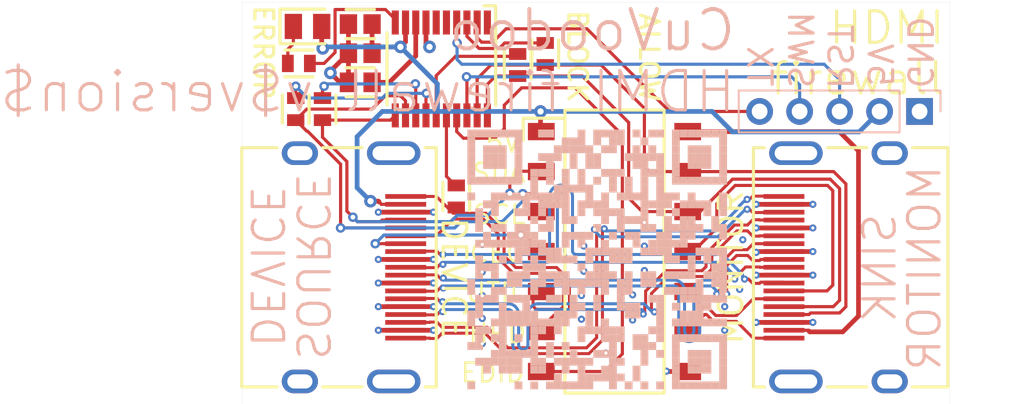
<source format=kicad_pcb>
(kicad_pcb (version 20211014) (generator pcbnew)

  (general
    (thickness 1.59)
  )

  (paper "A4")
  (title_block
    (date "$date$")
    (rev "$version$.$revision$")
    (company "CuVoodoo")
    (comment 1 "King Kévin")
    (comment 2 "CERN-OHL-S")
  )

  (layers
    (0 "F.Cu" signal)
    (1 "In1.Cu" power)
    (2 "In2.Cu" power)
    (31 "B.Cu" signal)
    (33 "F.Adhes" user "F.Adhesive")
    (35 "F.Paste" user)
    (36 "B.SilkS" user "B.Silkscreen")
    (37 "F.SilkS" user "F.Silkscreen")
    (38 "B.Mask" user)
    (39 "F.Mask" user)
    (40 "Dwgs.User" user "User.Drawings")
    (44 "Edge.Cuts" user)
    (45 "Margin" user)
    (46 "B.CrtYd" user "B.Courtyard")
    (47 "F.CrtYd" user "F.Courtyard")
    (48 "B.Fab" user)
    (49 "F.Fab" user)
  )

  (setup
    (stackup
      (layer "F.SilkS" (type "Top Silk Screen") (color "White"))
      (layer "F.Paste" (type "Top Solder Paste"))
      (layer "F.Mask" (type "Top Solder Mask") (color "Green") (thickness 0.01))
      (layer "F.Cu" (type "copper") (thickness 0.035))
      (layer "dielectric 1" (type "core") (thickness 0.2) (material "FR4") (epsilon_r 4.6) (loss_tangent 0.02))
      (layer "In1.Cu" (type "copper") (thickness 0.0175))
      (layer "dielectric 2" (type "prepreg") (thickness 1.065) (material "FR4") (epsilon_r 4.6) (loss_tangent 0.02))
      (layer "In2.Cu" (type "copper") (thickness 0.0175))
      (layer "dielectric 3" (type "core") (thickness 0.2) (material "FR4") (epsilon_r 4.6) (loss_tangent 0.02))
      (layer "B.Cu" (type "copper") (thickness 0.035))
      (layer "B.Mask" (type "Bottom Solder Mask") (color "Green") (thickness 0.01))
      (layer "B.SilkS" (type "Bottom Silk Screen") (color "White"))
      (copper_finish "None")
      (dielectric_constraints yes)
    )
    (pad_to_mask_clearance 0)
    (pcbplotparams
      (layerselection 0x00010fc_ffffffff)
      (disableapertmacros false)
      (usegerberextensions false)
      (usegerberattributes true)
      (usegerberadvancedattributes true)
      (creategerberjobfile true)
      (svguseinch false)
      (svgprecision 6)
      (excludeedgelayer true)
      (plotframeref false)
      (viasonmask false)
      (mode 1)
      (useauxorigin false)
      (hpglpennumber 1)
      (hpglpenspeed 20)
      (hpglpendiameter 15.000000)
      (dxfpolygonmode true)
      (dxfimperialunits true)
      (dxfusepcbnewfont true)
      (psnegative false)
      (psa4output false)
      (plotreference true)
      (plotvalue true)
      (plotinvisibletext false)
      (sketchpadsonfab false)
      (subtractmaskfromsilk false)
      (outputformat 1)
      (mirror false)
      (drillshape 1)
      (scaleselection 1)
      (outputdirectory "")
    )
  )

  (net 0 "")
  (net 1 "GND")
  (net 2 "Net-(C1-Pad2)")
  (net 3 "+5V")
  (net 4 "Net-(D1-Pad1)")
  (net 5 "/D2+")
  (net 6 "/D2-")
  (net 7 "/D1+")
  (net 8 "/D1-")
  (net 9 "/D0+")
  (net 10 "/D0-")
  (net 11 "/CK+")
  (net 12 "/CK-")
  (net 13 "/CEC")
  (net 14 "/HEAC_D+")
  (net 15 "/SCL_SRC")
  (net 16 "/SDA_SRC")
  (net 17 "/HEAC_D-")
  (net 18 "Net-(J2-Pad13)")
  (net 19 "/HEAC_SNK+")
  (net 20 "/SCL_SNK")
  (net 21 "/SDA_SNK")
  (net 22 "Net-(SW1-Pad14)")
  (net 23 "/HEAC_SNK-")
  (net 24 "/RST")
  (net 25 "/SWIM")
  (net 26 "/TX")
  (net 27 "/HPD_PU")
  (net 28 "Net-(R4-Pad1)")
  (net 29 "/SDA_SRC_PU")
  (net 30 "/EDID")
  (net 31 "/SCL_SRC_PU")
  (net 32 "unconnected-(U1-Pad5)")
  (net 33 "/SCL_SNK_PU")
  (net 34 "/SDA_SNK_PU")
  (net 35 "unconnected-(U1-Pad6)")
  (net 36 "unconnected-(U1-Pad1)")

  (footprint "qeda:UC1608X55N" (layer "F.Cu") (at 67.1 61.45))

  (footprint "qeda:UC1608X55N" (layer "F.Cu") (at 52.95 64.95 180))

  (footprint "qeda:CONNECTOR_HDMI-001S" (layer "F.Cu") (at 86.5 75 -90))

  (footprint "kikit:Tab" (layer "F.Cu") (at 47.6 75))

  (footprint "qeda:CAPC1608X92N" (layer "F.Cu") (at 55.35 61.4 90))

  (footprint "qeda:SOP254P976X355-14N" (layer "F.Cu") (at 71.5 74))

  (footprint "qeda:CONNECTOR_HDMI-001S" (layer "F.Cu") (at 54 75 90))

  (footprint "qeda:LEDC2012X80N" (layer "F.Cu") (at 52 59.7 90))

  (footprint "qeda:CAPC1608X92N" (layer "F.Cu") (at 55.35 59.55 90))

  (footprint "qeda:UC1608X55N" (layer "F.Cu") (at 65.35 62.15 180))

  (footprint "qeda:UC1608X55N" (layer "F.Cu") (at 51.25 64.95 180))

  (footprint "qeda:SOP65P640X120-20N" (layer "F.Cu") (at 60.5 62.4 -90))

  (footprint "kikit:Tab" (layer "F.Cu") (at 93.05 75 180))

  (footprint "qeda:UC1608X55N" (layer "F.Cu") (at 61.45 70.5 180))

  (footprint "qeda:CAPC1608X92N" (layer "F.Cu") (at 55.35 63.25 90))

  (footprint "qeda:UC1608X55N" (layer "F.Cu") (at 51.45 62.05 -90))

  (footprint "Connector_PinSocket_2.54mm:PinSocket_1x05_P2.54mm_Vertical" (layer "B.Cu") (at 90.88 65.1 90))

  (footprint "custom:qr" (layer "B.Cu") (at 70.4 74.5 180))

  (gr_rect (start 47.85 58.15) (end 92.8 83.7) (layer "Edge.Cuts") (width 0.01) (fill none) (tstamp f0146902-4434-4b0f-b356-212cd68fedb2))
  (gr_text "TX" (at 80.7 63.65 270) (layer "B.SilkS") (tstamp 0c5f848f-0019-403a-82c9-a37b1ed1c370)
    (effects (font (size 1.5 1.5) (thickness 0.2)) (justify left mirror))
  )
  (gr_text "5V" (at 88.35 63.65 270) (layer "B.SilkS") (tstamp 1cdc715f-35da-4031-90b3-2b1ff424be14)
    (effects (font (size 1.5 1.5) (thickness 0.2)) (justify left mirror))
  )
  (gr_text "DEVICE" (at 49.4 74.95 270) (layer "B.SilkS") (tstamp 2c597ce7-f11b-4c21-aadd-c78376cd4545)
    (effects (font (size 2 2) (thickness 0.2)) (justify mirror))
  )
  (gr_text "HDMI firewall v$version$" (at 79.35 63.85) (layer "B.SilkS") (tstamp 47d2de52-f49e-423a-b420-37362595aee9)
    (effects (font (size 2.5 2.5) (thickness 0.2)) (justify left mirror))
  )
  (gr_text "RST" (at 85.8 63.8 270) (layer "B.SilkS") (tstamp 740fd393-eab6-46ac-8b63-b338c8b36286)
    (effects (font (size 1.5 1.5) (thickness 0.2)) (justify left mirror))
  )
  (gr_text "SINK" (at 88.35 75.05 90) (layer "B.SilkS") (tstamp 7cba4e0b-0649-45cd-8cb6-8dd5b80fbe60)
    (effects (font (size 2 2) (thickness 0.2)) (justify mirror))
  )
  (gr_text "GND" (at 90.88 63.77 270) (layer "B.SilkS") (tstamp 83c32e93-ec61-4fc4-bcb8-11c9d1bb60e5)
    (effects (font (size 1.5 1.5) (thickness 0.2)) (justify left mirror))
  )
  (gr_text "MONITOR" (at 91.2 75.05 90) (layer "B.SilkS") (tstamp b7a9cebd-bbc2-4903-8147-14f38735f3a2)
    (effects (font (size 2 2) (thickness 0.2)) (justify mirror))
  )
  (gr_text "CuVoodoo" (at 79.35 59.95) (layer "B.SilkS") (tstamp e33f2640-6147-4605-84c4-295ca3d1c887)
    (effects (font (size 2.5 2.5) (thickness 0.25)) (justify left mirror))
  )
  (gr_text "SWM" (at 83.3 63.75 270) (layer "B.SilkS") (tstamp ef25fc1a-2019-46ad-a259-cfd9f82b52be)
    (effects (font (size 1.5 1.5) (thickness 0.2)) (justify left mirror))
  )
  (gr_text "SOURCE" (at 52.3 74.95 270) (layer "B.SilkS") (tstamp ef4847e7-89c8-4006-8a67-c07998e5f164)
    (effects (font (size 2 2) (thickness 0.2)) (justify mirror))
  )
  (gr_text "HPD" (at 66 79.2) (layer "F.SilkS") (tstamp 2763916d-9ecc-4556-9441-121441775248)
    (effects (font (size 1.2 1.2) (thickness 0.16)) (justify right))
  )
  (gr_text "ERROR" (at 49.2 64.45 270) (layer "F.SilkS") (tstamp 497d903d-a683-4b2e-b5d4-2286f1cfcbad)
    (effects (font (size 1.2 1.2) (thickness 0.2)) (justify right))
  )
  (gr_text "EDID" (at 65.9 81.7) (layer "F.SilkS") (tstamp 4dee5168-4f51-483e-9d9a-37d92ae901ea)
    (effects (font (size 1.2 1.2) (thickness 0.16)) (justify right))
  )
  (gr_text "SDA" (at 65.95 69) (layer "F.SilkS") (tstamp 5dfa2e7f-530f-44ae-905f-bddb3d619752)
    (effects (font (size 1.2 1.2) (thickness 0.16)) (justify right))
  )
  (gr_text "MONITOR" (at 78.9 75 90) (layer "F.SilkS") (tstamp 6d59aa18-c021-422f-ad9f-81837e6c0b48)
    (effects (font (size 1.5 1.5) (thickness 0.2)))
  )
  (gr_text "BLOCK" (at 69.15 64.65 270) (layer "F.SilkS") (tstamp 83fbe59b-a59c-4098-8d1f-4a61a45b5486)
    (effects (font (size 1.2 1.2) (thickness 0.2)) (justify right))
  )
  (gr_text "SCL" (at 65.95 71.65) (layer "F.SilkS") (tstamp 89c8a35d-3c44-4e2a-86f8-0957371e37cd)
    (effects (font (size 1.2 1.2) (thickness 0.16)) (justify right))
  )
  (gr_text "UTIL" (at 65.9 76.6) (layer "F.SilkS") (tstamp 98de9a7e-656d-4135-8bd0-809035f2e3a3)
    (effects (font (size 1.2 1.2) (thickness 0.16)) (justify right))
  )
  (gr_text "HDMI\nfirewall" (at 92.6 61.4) (layer "F.SilkS") (tstamp a8ba6a4c-c8c9-43af-b001-3e1850f5f57a)
    (effects (font (size 2 2) (thickness 0.2)) (justify right))
  )
  (gr_text "CEC" (at 65.9 74.1) (layer "F.SilkS") (tstamp ad6729fb-9aa4-42bf-afee-63f6d49c5850)
    (effects (font (size 1.2 1.2) (thickness 0.16)) (justify right))
  )
  (gr_text "5V" (at 65.6 67.1) (layer "F.SilkS") (tstamp c9706b15-2062-431c-a6e4-3d87a8073382)
    (effects (font (size 1.2 1.2) (thickness 0.16)) (justify right))
  )
  (gr_text "ALLOW" (at 73.7 64.6 270) (layer "F.SilkS") (tstamp d6e6acfd-ff08-405f-83ab-b581ecd673c2)
    (effects (font (size 1.2 1.2) (thickness 0.2)) (justify right))
  )
  (gr_text "DEVICE" (at 61.3 75.7 270) (layer "F.SilkS") (tstamp fe79ef0f-61de-44d4-bd3f-a04037e674f7)
    (effects (font (size 1.5 1.5) (thickness 0.2)))
  )

  (segment (start 82.265 71) (end 80.5 71) (width 0.3) (layer "F.Cu") (net 1) (tstamp 030ef409-0b8b-4748-b7c1-c06cdcec382f))
  (segment (start 54.6 61.4) (end 53.45227 62.54773) (width 0.3) (layer "F.Cu") (net 1) (tstamp 0923a501-3332-4d74-9a1d-615f108b72f0))
  (segment (start 60 77.5) (end 58.235 77.5) (width 0.3) (layer "F.Cu") (net 1) (tstamp 13c513c0-2797-4fab-bb0b-631564f96e84))
  (segment (start 59.75 61) (end 59.525 60.775) (width 0.3) (layer "F.Cu") (net 1) (tstamp 16eca261-73f9-4613-aed1-9a83ff90830f))
  (segment (start 80.55 74) (end 80.5 74.05) (width 0.3) (layer "F.Cu") (net 1) (tstamp 199862ed-46c9-48b0-9a34-16f964f2b67c))
  (segment (start 82.265 71) (end 84.1 71) (width 0.3) (layer "F.Cu") (net 1) (tstamp 1e105fb8-f4a3-46ed-ab85-cfbb820f701a))
  (segment (start 74.82 81.62) (end 74.8 81.6) (width 0.3) (layer "F.Cu") (net 1) (tstamp 208199e5-c54a-41a6-b035-22d52b6c168a))
  (segment (start 82.265 78.5) (end 84.1 78.5) (width 0.3) (layer "F.Cu") (net 1) (tstamp 31b28111-e171-4187-9ddf-202037d12ca1))
  (segment (start 59.525 60.775) (end 59.525 59.45) (width 0.3) (layer "F.Cu") (net 1) (tstamp 3f4d465b-8f99-45ef-bd1d-306058a78e1f))
  (segment (start 82.265 75.5) (end 84.1 75.5) (width 0.3) (layer "F.Cu") (net 1) (tstamp 437cd497-cd5a-408b-83c2-96d66eaa34e9))
  (segment (start 82.265 72.5) (end 84.1 72.5) (width 0.3) (layer "F.Cu") (net 1) (tstamp 4b8b41b0-d4b5-4613-be35-772c57e0a873))
  (segment (start 82.265 74) (end 80.55 74) (width 0.3) (layer "F.Cu") (net 1) (tstamp 4c575d4c-696c-425d-9ff8-04beb7aed8cd))
  (segment (start 58.235 74.5) (end 56.5 74.5) (width 0.3) (layer "F.Cu") (net 1) (tstamp 5608f937-7766-49ea-9dcf-ba5101e43643))
  (segment (start 54.6 62.35) (end 54.6 61.4) (width 0.3) (layer "F.Cu") (net 1) (tstamp 64764f21-bed4-48d1-aeee-18e56b7724ac))
  (segment (start 76.15 81.62) (end 74.82 81.62) (width 0.3) (layer "F.Cu") (net 1) (tstamp 747073eb-53e7-442f-9534-47a84da741fb))
  (segment (start 82.265 75.5) (end 80.5 75.5) (width 0.3) (layer "F.Cu") (net 1) (tstamp 7604004b-c093-4f13-ba1c-ec520e3d57e9))
  (segment (start 80.5 78.5) (end 82.265 78.5) (width 0.3) (layer "F.Cu") (net 1) (tstamp 7defaae6-a866-44cd-a66f-77359d319367))
  (segment (start 53.45227 62.54773) (end 53.45227 62.6505) (width 0.3) (layer "F.Cu") (net 1) (tstamp 848312ed-a3d0-48e3-9769-fc432d6ac9ee))
  (segment (start 54.6 63.25) (end 54.6 62.35) (width 0.3) (layer "F.Cu") (net 1) (tstamp 9c6e3529-800f-4fc7-bd4d-e8dfb8025f43))
  (segment (start 53.45227 62.6505) (end 54.05177 63.25) (width 0.3) (layer "F.Cu") (net 1) (tstamp 9e42e302-1e7a-4d31-8355-842e0f63a38f))
  (segment (start 58.235 76) (end 56.5 76) (width 0.3) (layer "F.Cu") (net 1) (tstamp a007faf4-14b9-4ecd-b115-e2dddc697411))
  (segment (start 82.265 74) (end 84.1 74) (width 0.3) (layer "F.Cu") (net 1) (tstamp ae7bd550-8e0d-4f62-b9b7-a7df709bb3ba))
  (segment (start 58.235 71.5) (end 60 71.5) (width 0.3) (layer "F.Cu") (net 1) (tstamp b597e2cc-ba82-48ef-9f7b-8d2f14850382))
  (segment (start 58.235 77.5) (end 56.5 77.5) (width 0.3) (layer "F.Cu") (net 1) (tstamp b796e7ba-75e9-4204-bfd0-7de2ee636f1c))
  (segment (start 58.235 74.5) (end 60 74.5) (width 0.3) (layer "F.Cu") (net 1) (tstamp b8261154-629a-4363-bb06-420b6c604c2f))
  (segment (start 60 79) (end 58.235 79) (width 0.3) (layer "F.Cu") (net 1) (tstamp b909327e-a584-45b5-84ed-0ad275fbc7e2))
  (segment (start 58.235 79) (end 56.5 79) (width 0.3) (layer "F.Cu") (net 1) (tstamp c76c9861-8233-4ce5-823b-3b9b2d7ab6b6))
  (segment (start 80.5 72.5) (end 82.265 72.5) (width 0.3) (layer "F.Cu") (net 1) (tstamp d07bf469-9c65-4e19-abdc-0e9808d255b5))
  (segment (start 60 76) (end 58.235 76) (width 0.3) (layer "F.Cu") (net 1) (tstamp d5a0d335-4cc3-4ce4-b512-7d024da7957a))
  (segment (start 54.05177 63.25) (end 54.6 63.25) (width 0.3) (layer "F.Cu") (net 1) (tstamp ebe855cc-34bc-42f2-b62e-0c0a60b7b6ac))
  (segment (start 54.6 61.4) (end 54.6 59.55) (width 0.3) (layer "F.Cu") (net 1) (tstamp f85c731f-a1ea-46ef-aa7b-a38fe5bc0c71))
  (segment (start 58.235 71.5) (end 56.5 71.5) (width 0.3) (layer "F.Cu") (net 1) (tstamp fa5b9160-84c1-4398-a844-8dcce0b20d5a))
  (via (at 78.5 77.5) (size 0.45) (drill 0.2) (layers "F.Cu" "B.Cu") (free) (net 1) (tstamp 13156a3b-ca30-43a7-a050-d574dd9061e1))
  (via (at 56.5 71.5) (size 0.45) (drill 0.2) (layers "F.Cu" "B.Cu") (free) (net 1) (tstamp 1b5b5bad-4c27-4249-af50-2541dad5fa2c))
  (via (at 60 74.5) (size 0.45) (drill 0.2) (layers "F.Cu" "B.Cu") (free) (net 1) (tstamp 1c5e9f0d-68d2-4c12-a5e8-48104048e35c))
  (via (at 84.1 72.5) (size 0.45) (drill 0.2) (layers "F.Cu" "B.Cu") (free) (net 1) (tstamp 2198bf5f-4db5-402d-aeb9-b94b121b1a3b))
  (via (at 73.4 73.65) (size 0.45) (drill 0.2) (layers "F.Cu" "B.Cu") (free) (net 1) (tstamp 230b25cc-e2aa-41e0-8891-08c9246b82d6))
  (via (at 56.5 76) (size 0.45) (drill 0.2) (layers "F.Cu" "B.Cu") (free) (net 1) (tstamp 25915e41-795d-42e2-abd2-cf64c0e69c20))
  (via (at 78.5 79) (size 0.45) (drill 0.2) (layers "F.Cu" "B.Cu") (free) (net 1) (tstamp 2ef38574-8043-4097-a6fd-ae69406945f3))
  (via (at 73.4 72.15) (size 0.45) (drill 0.2) (layers "F.Cu" "B.Cu") (free) (net 1) (tstamp 311d7601-769e-4dd5-9372-55a086801313))
  (via (at 84.1 78.5) (size 0.45) (drill 0.2) (layers "F.Cu" "B.Cu") (free) (net 1) (tstamp 33799ef9-48a6-49f5-bd14-2b77e65dcf1d))
  (via (at 80.5 71) (size 0.45) (drill 0.2) (layers "F.Cu" "B.Cu") (free) (net 1) (tstamp 3df18c45-3271-407e-96f6-36c1cc3c2a8f))
  (via (at 70.95 80.45) (size 0.45) (drill 0.2) (layers "F.Cu" "B.Cu") (free) (net 1) (tstamp 49e2fa09-97e2-4d2f-aa19-0cf1a58f3c7a))
  (via (at 73.4 75.20517) (size 0.45) (drill 0.2) (layers "F.Cu" "B.Cu") (free) (net 1) (tstamp 52e50b84-bed4-4e6a-9afe-d8affbbe8324))
  (via (at 79.65 73.25) (size 0.45) (drill 0.2) (layers "F.Cu" "B.Cu") (free) (net 1) (tstamp 5ad761ca-5dda-460b-83ba-4ff93d01ab7f))
  (via (at 59.75 61) (size 0.8) (drill 0.4) (layers "F.Cu" "B.Cu") (free) (net 1) (tstamp 5afe85f4-f78a-4e0f-be10-eba839eb97a1))
  (via (at 56.5 77.5) (size 0.45) (drill 0.2) (layers "F.Cu" "B.Cu") (free) (net 1) (tstamp 5d73ed84-2da5-4113-943d-b00923919726))
  (via (at 60 79) (size 0.45) (drill 0.2) (layers "F.Cu" "B.Cu") (free) (net 1) (tstamp 60e564b8-f8ff-45bd-ad02-02ecbad1743b))
  (via (at 80.5 78.5) (size 0.45) (drill 0.2) (layers "F.Cu" "B.Cu") (free) (net 1) (tstamp 60fbf618-acc9-4b1b-9b1b-c511379d9387))
  (via (at 69.4 76.79483) (size 0.45) (drill 0.2) (layers "F.Cu" "B.Cu") (free) (net 1) (tstamp 7eaafd7e-21f6-440f-b525-a59e0522084f))
  (via (at 84.1 74) (size 0.45) (drill 0.2) (layers "F.Cu" "B.Cu") (free) (net 1) (tstamp 81d08eb9-eff3-44f2-b81a-11643210ae93))
  (via (at 63.1 73.55) (size 0.45) (drill 0.2) (layers "F.Cu" "B.Cu") (free) (net 1) (tstamp 8b15f369-8d44-420a-92b5-c5a407a299f3))
  (via (at 72.65 78.35) (size 0.45) (drill 0.2) (layers "F.Cu" "B.Cu") (free) (net 1) (tstamp 8d22862b-de61-4fb8-b9f7-aacd7849072f))
  (via (at 80.5 72.5) (size 0.45) (drill 0.2) (layers "F.Cu" "B.Cu") (free) (net 1) (tstamp 8d370db9-a62f-447f-83e6-7736291ea0c5))
  (via (at 69.55 73.65) (size 0.45) (drill 0.2) (layers "F.Cu" "B.Cu") (free) (net 1) (tstamp 8dff5c54-6793-4630-8415-f111e79951ff))
  (via (at 69.4 78.3) (size 0.45) (drill 0.2) (layers "F.Cu" "B.Cu") (free) (net 1) (tstamp 9d3e06e5-3c3f-4f9f-9eeb-1eb5d42fe85f))
  (via (at 72.65 76.75) (size 0.45) (drill 0.2) (layers "F.Cu" "B.Cu") (free) (net 1) (tstamp 9fdb9a90-712c-434a-af63-c0c7625daf38))
  (via (at 63.1 79.85) (size 0.45) (drill 0.2) (layers "F.Cu" "B.Cu") (free) (net 1) (tstamp a510673f-d202-4062-8a2b-ef224cbcc369))
  (via (at 63.1 76.8) (size 0.45) (drill 0.2) (layers "F.Cu" "B.Cu") (free) (net 1) (tstamp a7f41697-57ed-4434-893b-c2c5d3b2644d))
  (via (at 69.55 75.25) (size 0.45) (drill 0.2) (layers "F.Cu" "B.Cu") (free) (net 1) (tstamp ae5eceff-6820-4ae8-9a22-39b968883ac8))
  (via (at 56.5 74.5) (size 0.45) (drill 0.2) (layers "F.Cu" "B.Cu") (free) (net 1) (tstamp aec6c0cc-f3d8-4468-a024-36d4c392eead))
  (via (at 84.1 71) (size 0.45) (drill 0.2) (layers "F.Cu" "B.Cu") (free) (net 1) (tstamp b267e1f3-893f-4400-952a-76802bd4a6c6))
  (via (at 56.5 79) (size 0.45) (drill 0.2) (layers "F.Cu" "B.Cu") (free) (net 1) (tstamp b47714ce-d7cd-4b5d-b81c-4b0762667678))
  (via (at 60 77.5) (size 0.45) (drill 0.2) (layers "F.Cu" "B.Cu") (free) (net 1) (tstamp ba294fbe-c7a4-4d56-ae9d-5926e77ea062))
  (via (at 60 71.5) (size 0.45) (drill 0.2) (layers "F.Cu" "B.Cu") (free) (net 1) (tstamp bddc7151-0248-4511-a07e-af73a6a2f1ca))
  (via (at 84.1 75.5) (size 0.45) (drill 0.2) (layers "F.Cu" "B.Cu") (free) (net 1) (tstamp be1ce85c-d12a-41cd-8769-b083485f97e5))
  (via (at 53.45227 62.6505) (size 0.8) (drill 0.4) (layers "F.Cu" "B.Cu") (net 1) (tstamp c326ca7a-bd6c-4a24-8168-8d9a69cc4834))
  (via (at 80.5 74.05) (size 0.45) (drill 0.2) (layers "F.Cu" "B.Cu") (free) (net 1) (tstamp c3f6502e-b8d4-4645-a60f-22ebde1d6659))
  (via (at 79.45 76.4) (size 0.45) (drill 0.2) (layers "F.Cu" "B.Cu") (free) (net 1) (tstamp cc9340a7-45be-4f1e-b464-6ee8773fc97b))
  (via (at 60 76) (size 0.45) (drill 0.2) (layers "F.Cu" "B.Cu") (free) (net 1) (tstamp d521dab0-da72-440b-b930-1c6f2dcb7c45))
  (via (at 63.1 75.3) (size 0.45) (drill 0.2) (layers "F.Cu" "B.Cu") (free) (net 1) (tstamp d694ed74-4d5e-45d9-8d08-dd40bf37bae5))
  (via (at 63.1 78.25) (size 0.45) (drill 0.2) (layers "F.Cu" "B.Cu") (free) (net 1) (tstamp df853400-e04f-45ba-bd61-169414949bf4))
  (via (at 80.5 75.5) (size 0.45) (drill 0.2) (layers "F.Cu" "B.Cu") (free) (net 1) (tstamp ee679fbd-8e84-4712-b231-64c221cbec70))
  (via (at 74.8 81.6) (size 0.45) (drill 0.2) (layers "F.Cu" "B.Cu") (net 1) (tstamp f7210ace-0e6f-441b-a219-7c25cfc1a7ea))
  (segment (start 58.875 59.45) (end 58.875 61.575) (width 0.3) (layer "F.Cu") (net 2) (tstamp 01743abb-c5e0-4b79-8672-ce316df10ea1))
  (segment (start 58.875 61.575) (end 57.2 63.25) (width 0.3) (layer "F.Cu") (net 2) (tstamp 0c19d9be-ba37-40b3-a078-eb09c8f081fa))
  (segment (start 57.2 63.25) (end 56.1 63.25) (width 0.3) (layer "F.Cu") (net 2) (tstamp 7d343512-3925-45ee-b49b-f02f2128973e))
  (segment (start 56.685 71) (end 56.685 70.985) (width 0.2) (layer "F.Cu") (net 3) (tstamp 0613cd62-c856-4ec5-a99a-5da2dede3483))
  (segment (start 66.8 66.33) (end 66.85 66.38) (width 0.3) (layer "F.Cu") (net 3) (tstamp 15c3ec50-ed6e-474d-93fc-380532f86427))
  (segment (start 57.9 61) (end 58.225 60.675) (width 0.3) (layer "F.Cu") (net 3) (tstamp 40192e05-fdcb-49fe-9971-2d6b10586ca7))
  (segment (start 56.1 59.55) (end 56.1 61.4) (width 0.3) (layer "F.Cu") (net 3) (tstamp 58b72c21-b46d-4795-b794-36822a91a519))
  (segment (start 56.5 70.8) (end 56.55 70.85) (width 0.3) (layer "F.Cu") (net 3) (tstamp 84080fb2-1fc4-40b6-96c3-58f56a7750cc))
  (segment (start 66.8 65.1) (end 66.8 66.33) (width 0.3) (layer "F.Cu") (net 3) (tstamp 855ebf52-6f21-4e3c-8766-cf62a4b952a8))
  (segment (start 56 70.8) (end 56.5 70.8) (width 0.3) (layer "F.Cu") (net 3) (tstamp 95c2e0ff-4d95-450f-936f-a7441bc0dd17))
  (segment (start 52.966412 61.094344) (end 52.9 61.027932) (width 0.3) (layer "F.Cu") (net 3) (tstamp 9a8726db-b7a8-41d8-bb21-70e7a414e68d))
  (segment (start 52.9 61.027932) (end 52.9 59.7) (width 0.3) (layer "F.Cu") (net 3) (tstamp 9e60d605-b59b-451d-b313-be53ac85405c))
  (segment (start 58.235 71) (end 56.685 71) (width 0.2) (layer "F.Cu") (net 3) (tstamp b426becf-a115-4a2c-9745-bc03d795e525))
  (segment (start 56.685 70.985) (end 56.55 70.85) (width 0.2) (layer "F.Cu") (net 3) (tstamp db1674f5-b305-44f9-8f2f-c629f0009701))
  (segment (start 58.225 60.675) (end 58.225 59.45) (width 0.3) (layer "F.Cu") (net 3) (tstamp e42cf9c4-2251-48e5-a362-0f329efc5607))
  (segment (start 56.5 61) (end 56.1 61.4) (width 0.3) (layer "F.Cu") (net 3) (tstamp eb63b2ff-ce36-4f19-a974-96fc6b1fc1ce))
  (segment (start 57.9 61) (end 56.5 61) (width 0.3) (layer "F.Cu") (net 3) (tstamp ff3406b7-2c8c-4c98-af40-c7606dd15f25))
  (via (at 57.9 61) (size 0.8) (drill 0.4) (layers "F.Cu" "B.Cu") (net 3) (tstamp 1a8805c9-ca76-460d-b226-d86aa3bcba6e))
  (via (at 56 70.8) (size 0.8) (drill 0.4) (layers "F.Cu" "B.Cu") (remove_unused_layers) (net 3) (tstamp 67996be3-9c22-4f3b-85cf-42e16608008a))
  (via (at 52.966412 61.094344) (size 0.8) (drill 0.4) (layers "F.Cu" "B.Cu") (net 3) (tstamp 71a98b74-5017-4209-a3e2-f19e13df2d98))
  (via (at 66.8 65.1) (size 0.8) (drill 0.4) (layers "F.Cu" "B.Cu") (net 3) (tstamp c6c4f6bc-b420-494c-8c0a-2fdcb2abc42b))
  (segment (start 55.15 69.95) (end 56 70.8) (width 0.3) (layer "B.Cu") (net 3) (tstamp 1f5fa1bf-cdf3-4e0e-8265-2d4539d7c5b9))
  (segment (start 60.25 63.35) (end 60.25 65.1) (width 0.3) (layer "B.Cu") (net 3) (tstamp 2109ea1d-e3da-44d7-8875-15601dc5d38d))
  (segment (start 53.060756 61) (end 57.9 61) (width 0.3) (layer "B.Cu") (net 3) (tstamp 27d941af-f038-4cad-b7e3-7f514fa792c6))
  (segment (start 66.8 65.1) (end 77.7 65.1) (width 0.3) (layer "B.Cu") (net 3) (tstamp 283a244f-69a1-4bee-a59a-a3c1d1025378))
  (segment (start 56.75 65.1) (end 55.15 66.7) (width 0.3) (layer "B.Cu") (net 3) (tstamp 3a167542-3fb1-4bca-8a11-896e4daabe7c))
  (segment (start 57.9 61) (end 60.25 63.35) (width 0.3) (layer "B.Cu") (net 3) (tstamp 4deaae67-8334-4fc0-99f8-587f5dc2689a))
  (segment (start 60.25 65.1) (end 66.8 65.1) (width 0.3) (layer "B.Cu") (net 3) (tstamp 6385dcc3-0dc5-4b5e-93ae-3113667e177b))
  (segment (start 87.04 66.4) (end 88.34 65.1) (width 0.3) (layer "B.Cu") (net 3) (tstamp a065b7ca-86af-4cfa-a19c-15ddcb0cd39e))
  (segment (start 60.25 65.1) (end 56.75 65.1) (width 0.3) (layer "B.Cu") (net 3) (tstamp ae15a194-d11b-4315-89d0-697a34fd1fd5))
  (segment (start 77.7 65.1) (end 79 66.4) (width 0.3) (layer "B.Cu") (net 3) (tstamp b5902621-55d4-45e9-8fa6-43b4e8e2033f))
  (segment (start 55.15 66.7) (end 55.15 69.95) (width 0.3) (layer "B.Cu") (net 3) (tstamp d7f2381b-20a2-4671-9536-190d9e5ee1c9))
  (segment (start 79 66.4) (end 87.04 66.4) (width 0.3) (layer "B.Cu") (net 3) (tstamp dba1dea2-f586-44ed-bd53-3a703895fb5e))
  (segment (start 52.966412 61.094344) (end 53.060756 61) (width 0.3) (layer "B.Cu") (net 3) (tstamp dc3fffdd-c875-4789-a87b-ffbec869f2c3))
  (segment (start 50.75 61.15) (end 50.75 62.05) (width 0.2) (layer "F.Cu") (net 4) (tstamp 55ad65a7-cf28-445f-a559-6c093d115e1b))
  (segment (start 51.1 59.7) (end 51.1 60.8) (width 0.2) (layer "F.Cu") (net 4) (tstamp 7f37687c-2abf-4736-9b0d-0a8b6b07c9c1))
  (segment (start 51.1 60.8) (end 50.75 61.15) (width 0.2) (layer "F.Cu") (net 4) (tstamp 90398640-d723-4646-acbb-14623473de84))
  (segment (start 81.115 70.5) (end 81.094115 70.479115) (width 0.19177) (layer "F.Cu") (net 5) (tstamp 061885af-3b9e-4f08-ade6-dedf770b373f))
  (segment (start 69.876541 80.484785) (end 64.573459 80.484785) (width 0.19177) (layer "F.Cu") (net 5) (tstamp 0af4a12d-a7f2-44d8-aade-f1f9bb6e9c9c))
  (segment (start 59.763357 79.5) (end 58.235 79.5) (width 0.19177) (layer "F.Cu") (net 5) (tstamp 2926282b-fec0-4ea1-818a-eea151f709cd))
  (segment (start 64.573459 80.484785) (end 63.273459 79.184785) (width 0.19177) (layer "F.Cu") (net 5) (tstamp 34d3efab-f6d6-41dc-93da-e766db6a4c94))
  (segment (start 60.215758 79.520885) (end 59.784242 79.520885) (width 0.19177) (layer "F.Cu") (net 5) (tstamp 3b882fb6-d513-4f1b-a0df-969fa7b1824f))
  (segment (start 80.001313 70.762043) (end 79.92537 70.6861) (width 0.19177) (layer "F.Cu") (net 5) (tstamp 3cef9169-0ea5-437f-baf5-3291dc806823))
  (segment (start 63.273459 79.184785) (end 60.551858 79.184785) (width 0.19177) (layer "F.Cu") (net 5) (tstamp 40fd4afb-5608-48e3-8050-ff92fe874c23))
  (segment (start 60.551858 79.184785) (end 60.215758 79.520885) (width 0.19177) (layer "F.Cu") (net 5) (tstamp 4903ce85-4786-4bc4-a873-bab1fe3abc46))
  (segment (start 70.734785 79.626541) (end 69.876541 80.484785) (width 0.19177) (layer "F.Cu") (net 5) (tstamp 58b642fb-5c53-4374-9137-9932be170e4b))
  (segment (start 80.284242 70.479115) (end 80.001313 70.762043) (width 0.19177) (layer "F.Cu") (net 5) (tstamp 6ae0661f-a6ea-457c-919b-91a8cd2d0db0))
  (segment (start 70.734785 72.66703) (end 70.734785 79.626541) (width 0.19177) (layer "F.Cu") (net 5) (tstamp 7d973f9e-3b25-4d7f-afb9-43d562de4493))
  (segment (start 82.265 70.5) (end 81.115 70.5) (width 0.19177) (layer "F.Cu") (net 5) (tstamp d3e3f7b7-20fe-4acb-b72c-b08208f4c365))
  (segment (start 59.784242 79.520885) (end 59.763357 79.5) (width 0.19177) (layer "F.Cu") (net 5) (tstamp db56bbd9-46a6-489d-8ee8-a69e67d6b668))
  (segment (start 81.094115 70.479115) (end 80.284242 70.479115) (width 0.19177) (layer "F.Cu") (net 5) (tstamp e1d1c852-9615-4e57-9294-bb02979a3a37))
  (segment (start 70.85 72.551815) (end 70.734785 72.66703) (width 0.19177) (layer "F.Cu") (net 5) (tstamp e2dddfee-8122-4792-b338-51e11f6387a1))
  (via (at 70.85 72.551815) (size 0.45) (drill 0.2) (layers "F.Cu" "B.Cu") (remove_unused_layers) (net 5) (tstamp 2ff4cd78-684a-4963-aea1-bc332d491c08))
  (via (at 79.92537 70.6861) (size 0.45) (drill 0.2) (layers "F.Cu" "B.Cu") (remove_unused_layers) (net 5) (tstamp e8c26f87-bb4e-4135-8dd2-c9b0ddffc1cd))
  (segment (start 70.989528 72.691343) (end 77.920127 72.691343) (width 0.19177) (layer "B.Cu") (net 5) (tstamp 0e958c1f-6f72-4ac7-bfe1-ccedfcc0dc77))
  (segment (start 79.426685 71.184785) (end 79.426685 71.107337) (width 0.19177) (layer "B.Cu") (net 5) (tstamp 4a840e44-cfaf-47fa-ae3d-422c3c883f14))
  (segment (start 79.426685 71.107337) (end 79.718807 70.815215) (width 0.19177) (layer "B.Cu") (net 5) (tstamp 8321ac20-105a-43e6-a131-b6e944488df3))
  (segment (start 70.85 72.551815) (end 70.989528 72.691343) (width 0.19177) (layer "B.Cu") (net 5) (tstamp 8c612494-1d82-4003-bc51-5f15e4349a07))
  (segment (start 79.718807 70.815215) (end 79.796255 70.815215) (width 0.19177) (layer "B.Cu") (net 5) (tstamp ada04b02-0bec-4595-85b5-6c2a53b27ceb))
  (segment (start 79.796255 70.815215) (end 79.92537 70.6861) (width 0.19177) (layer "B.Cu") (net 5) (tstamp cb55d9a9-4df1-4732-a8ac-45e4bfb52796))
  (segment (start 77.920127 72.691343) (end 79.426685 71.184785) (width 0.19177) (layer "B.Cu") (net 5) (tstamp fe3fb280-dfba-4049-9cf0-ca2c964bd92b))
  (segment (start 70.365215 72.733522) (end 70.365215 79.473459) (width 0.19177) (layer "F.Cu") (net 6) (tstamp 04065fbb-2100-4542-a28a-f9a554ac7244))
  (segment (start 63.426541 78.815215) (end 60.551858 78.815215) (width 0.19177) (layer "F.Cu") (net 6) (tstamp 21a55ecb-6384-4a5f-a3f9-302e035f65a9))
  (segment (start 81.094115 71.520885) (end 80.284242 71.520885) (width 0.19177) (layer "F.Cu") (net 6) (tstamp 417bc1d1-f8f9-44dd-ad1d-96f0f7d9a780))
  (segment (start 69.723459 80.115215) (end 64.726541 80.115215) (width 0.19177) (layer "F.Cu") (net 6) (tstamp 433a3dec-ebe2-4aba-8230-7ad4ab751b59))
  (segment (start 64.726541 80.115215) (end 63.426541 78.815215) (width 0.19177) (layer "F.Cu") (net 6) (tstamp 5a4980ca-67c4-42dd-a907-1b22e8ed8c95))
  (segment (start 60.551858 78.815215) (end 60.215758 78.479115) (width 0.19177) (layer "F.Cu") (net 6) (tstamp 63c548c3-a266-4001-bd4d-d82dfe9855f1))
  (segment (start 80.001313 71.237957) (end 79.92537 71.3139) (width 0.19177) (layer "F.Cu") (net 6) (tstamp 6b88964b-5ab3-4fb8-aa6e-b68486660854))
  (segment (start 59.784242 78.479115) (end 59.763357 78.5) (width 0.19177) (layer "F.Cu") (net 6) (tstamp 750e2af6-d27d-4ada-8648-4d6dd65bae19))
  (segment (start 59.763357 78.5) (end 58.235 78.5) (width 0.19177) (layer "F.Cu") (net 6) (tstamp 7e15b7d2-a23b-4a59-b8ae-66780304e9dc))
  (segment (start 82.265 71.5) (end 81.115 71.5) (width 0.19177) (layer "F.Cu") (net 6) (tstamp b997d9dd-b60b-48d8-875a-0858a7935247))
  (segment (start 81.115 71.5) (end 81.094115 71.520885) (width 0.19177) (layer "F.Cu") (net 6) (tstamp bfb50136-bae8-4ed7-9fac-52a492fe114d))
  (segment (start 60.215758 78.479115) (end 59.784242 78.479115) (width 0.19177) (layer "F.Cu") (net 6) (tstamp cd9c3862-c2db-470e-844d-65f6815d50d1))
  (segment (start 70.224006 72.592313) (end 70.365215 72.733522) (width 0.19177) (layer "F.Cu") (net 6) (tstamp e31d45e6-9664-4606-8d17-87d660ba3a17))
  (segment (start 70.365215 79.473459) (end 69.723459 80.115215) (width 0.19177) (layer "F.Cu") (net 6) (tstamp ecf8f165-3c6f-43d9-a50b-4f93049ef9ff))
  (segment (start 80.284242 71.520885) (end 80.001313 71.237957) (width 0.19177) (layer "F.Cu") (net 6) (tstamp f009187c-c5fd-412f-b0df-fe7d727684c0))
  (via (at 70.224006 72.592313) (size 0.45) (drill 0.2) (layers "F.Cu" "B.Cu") (remove_unused_layers) (net 6) (tstamp 237bd0dd-5d07-48b2-a3c0-bc92b4c12792))
  (via (at 79.92537 71.3139) (size 0.45) (drill 0.2) (layers "F.Cu" "B.Cu") (remove_unused_layers) (net 6) (tstamp e6c710b6-c1d5-46d4-8851-fcf748e2765c))
  (segment (start 70.224006 72.674006) (end 70.610913 73.060913) (width 0.19177) (layer "B.Cu") (net 6) (tstamp 323bde82-12ff-425a-97f4-15f8ae5d2b90))
  (segment (start 79.82022 71.3139) (end 79.92537 71.3139) (width 0.19177) (layer "B.Cu") (net 6) (tstamp 3b9d9266-7002-4dd3-8b38-744c81e79f13))
  (segment (start 70.610913 73.060913) (end 78.073207 73.060913) (width 0.19177) (layer "B.Cu") (net 6) (tstamp 45560172-7d91-4790-ad88-672540757589))
  (segment (start 78.073207 73.060913) (end 79.82022 71.3139) (width 0.19177) (layer "B.Cu") (net 6) (tstamp 4bc8c2da-4356-4fc5-9b5c-2a05b6ed5ae0))
  (segment (start 70.224006 72.592313) (end 70.224006 72.674006) (width 0.19177) (layer "B.Cu") (net 6) (tstamp a41d0a09-b559-4210-97f3-ace09e8b57df))
  (segment (start 77.057368 75.215215) (end 77.315215 74.957368) (width 0.19177) (layer "F.Cu") (net 7) (tstamp 03fe0f21-3ec2-45ea-a785-a15fd7b1e5e5))
  (segment (start 80.284242 71.979115) (end 80.715758 71.979115) (width 0.19177) (layer "F.Cu") (net 7) (tstamp 0d525c20-f83f-410f-9d77-16f3f67e61e1))
  (segment (start 80.715758 71.979115) (end 80.736643 72) (width 0.19177) (layer "F.Cu") (net 7) (tstamp 17e4684c-3729-4c2c-af8f-737a65d53c76))
  (segment (start 73.336271 77.971607) (end 73.423276 77.884602) (width 0.19177) (layer "F.Cu") (net 7) (tstamp 2346da15-8fa1-4f92-b337-e4f25a9d97ec))
  (segment (start 77.315215 74.123459) (end 79.123459 72.315215) (width 0.19177) (layer "F.Cu") (net 7) (tstamp 2658e8a2-52e1-4c3c-82bd-780938abc4f3))
  (segment (start 74.773459 75.215215) (end 77.057368 75.215215) (width 0.19177) (layer "F.Cu") (net 7) (tstamp 31bde03b-41a7-4f64-89a6-2535d2c1b7cf))
  (segment (start 73.423276 77.884602) (end 73.423276 77.471476) (width 0.19177) (layer "F.Cu") (net 7) (tstamp 5ea5ad1b-03d1-4d30-ba3e-1e1b94851399))
  (segment (start 73.423276 77.471476) (end 73.478039 77.416713) (width 0.19177) (layer "F.Cu") (net 7) (tstamp 5fd0963f-4501-49bc-bb14-6bcff965727b))
  (segment (start 73.478039 77.416713) (end 73.478039 76.510635) (width 0.19177) (layer "F.Cu") (net 7) (tstamp 6b8464a6-a21e-4684-a601-fd9311a6ba2a))
  (segment (start 73.478039 76.510635) (end 74.773459 75.215215) (width 0.19177) (layer "F.Cu") (net 7) (tstamp 6bcf0c70-b35d-4a7c-96b6-8fcb454b1037))
  (segment (start 59.405885 78.020885) (end 60.215758 78.020885) (width 0.19177) (layer "F.Cu") (net 7) (tstamp 6d90372d-28c2-49d2-8d66-428ad14511fe))
  (segment (start 80.736643 72) (end 82.265 72) (width 0.19177) (layer "F.Cu") (net 7) (tstamp 88f5cbbf-bae2-49e5-aff5-7e7891167995))
  (segment (start 73.328393 77.971607) (end 73.336271 77.971607) (width 0.19177) (layer "F.Cu") (net 7) (tstamp 968875b7-289f-48db-9c97-92c733b65c24))
  (segment (start 79.123459 72.315215) (end 79.948142 72.315215) (width 0.19177) (layer "F.Cu") (net 7) (tstamp 9e66cbdd-e855-416a-bdb1-6096170f0e4d))
  (segment (start 77.315215 74.957368) (end 77.315215 74.123459) (width 0.19177) (layer "F.Cu") (net 7) (tstamp bc2a6643-d970-471f-80f1-68e81d31d963))
  (segment (start 60.498687 77.737957) (end 60.57463 77.8139) (width 0.19177) (layer "F.Cu") (net 7) (tstamp c4a0fdbe-a334-4fa3-9084-06bd902cfc17))
  (segment (start 60.215758 78.020885) (end 60.498687 77.737957) (width 0.19177) (layer "F.Cu") (net 7) (tstamp e4785bfb-f742-4cd3-985b-e32af39345ac))
  (segment (start 59.385 78) (end 59.405885 78.020885) (width 0.19177) (layer "F.Cu") (net 7) (tstamp eddb341c-d07c-49fc-adf4-0230ee37625a))
  (segment (start 58.235 78) (end 59.385 78) (width 0.19177) (layer "F.Cu") (net 7) (tstamp ee7bbba4-fb79-4f36-a037-0ae2f86f6d45))
  (segment (start 79.948142 72.315215) (end 80.284242 71.979115) (width 0.19177) (layer "F.Cu") (net 7) (tstamp f02198e2-7f67-489f-8720-4dc8848fb06b))
  (via (at 60.57463 77.8139) (size 0.45) (drill 0.2) (layers "F.Cu" "B.Cu") (remove_unused_layers) (net 7) (tstamp b9a48502-4f34-4200-87e2-511260a13338))
  (via (at 73.328393 77.971607) (size 0.45) (drill 0.2) (layers "F.Cu" "B.Cu") (remove_unused_layers) (net 7) (tstamp cc5d8d79-5f33-47a7-bd61-772d5216b197))
  (segment (start 73.328393 77.789719) (end 73.223459 77.684785) (width 0.19177) (layer "B.Cu") (net 7) (tstamp 32d71a19-4de5-4000-945b-6b7e9b5a3117))
  (segment (start 60.703745 77.684785) (end 60.57463 77.8139) (width 0.19177) (layer "B.Cu") (net 7) (tstamp 3835eac9-3b33-4b5f-be69-d4695802596b))
  (segment (start 64.479917 77.684785) (end 60.703745 77.684785) (width 0.19177) (layer "B.Cu") (net 7) (tstamp 3b54511e-bbd6-42dc-9d49-274e6693b358))
  (segment (start 64.745215 77.684785) (end 64.479917 77.684785) (width 0.19177) (layer "B.Cu") (net 7) (tstamp 4269e2d8-4a9d-4129-9f85-1ce9fe11c26d))
  (segment (start 73.223459 77.684785) (end 66.665215 77.684785) (width 0.19177) (layer "B.Cu") (net 7) (tstamp 619dbb34-7d1c-46d9-a096-37e3a905823c))
  (segment (start 66.37 77.98) (end 66.37 79.912144) (width 0.19177) (layer "B.Cu") (net 7) (tstamp a7049c90-3786-44fa-9a70-fff30d56db43))
  (segment (start 65.04043 79.912144) (end 65.04043 77.98) (width 0.19177) (layer "B.Cu") (net 7) (tstamp be54c8f0-9e8e-4d8b-9e28-8463217fcfbe))
  (segment (start 73.328393 77.971607) (end 73.328393 77.789719) (width 0.19177) (layer "B.Cu") (net 7) (tstamp c52fb103-f173-4497-894e-fa54c54c2eab))
  (arc (start 66.665215 77.684785) (mid 66.456466 77.771251) (end 66.37 77.98) (width 0.19177) (layer "B.Cu") (net 7) (tstamp 3f8c10fb-1202-4496-8ebe-f757facb368a))
  (arc (start 65.04043 77.98) (mid 64.953964 77.771251) (end 64.745215 77.684785) (width 0.19177) (layer "B.Cu") (net 7) (tstamp 4c5d4a32-764a-44fe-99c8-c77b8adc4003))
  (arc (start 65.705215 80.576929) (mid 65.235141 80.382218) (end 65.04043 79.912144) (width 0.19177) (layer "B.Cu") (net 7) (tstamp ce8fd053-53dd-42e9-aa2e-3b1ec8ab1601))
  (arc (start 66.37 79.912144) (mid 66.175289 80.382218) (end 65.705215 80.576929) (width 0.19177) (layer "B.Cu") (net 7) (tstamp e88b1e4c-f783-4151-8ebf-c6c7fb2549fe))
  (segment (start 77.684785 74.276541) (end 79.276541 72.684785) (width 0.19177) (layer "F.Cu") (net 8) (tstamp 004c6dfd-c7d7-4c1f-a75f-9fc6f31787c2))
  (segment (start 77.684785 75.110448) (end 77.684785 74.276541) (width 0.19177) (layer "F.Cu") (net 8) (tstamp 077b16ee-9684-4973-b0ce-9d4aba6761d8))
  (segment (start 74.926541 75.584785) (end 77.210448 75.584785) (width 0.19177) (layer "F.Cu") (net 8) (tstamp 0e2f8aee-47ac-4df2-8def-550d02a0a1b2))
  (segment (start 79.276541 72.684785) (end 79.948142 72.684785) (width 0.19177) (layer "F.Cu") (net 8) (tstamp 21f01d01-1e14-4ddc-aa02-8db8a5212fbe))
  (segment (start 59.385 77) (end 59.405885 76.979115) (width 0.19177) (layer "F.Cu") (net 8) (tstamp 2bae00e7-fffd-4401-a7bc-12588b741fc2))
  (segment (start 80.736643 73) (end 82.265 73) (width 0.19177) (layer "F.Cu") (net 8) (tstamp 37106255-0548-414e-9d77-55445791b9b4))
  (segment (start 60.215758 76.979115) (end 60.498687 77.262043) (width 0.19177) (layer "F.Cu") (net 8) (tstamp 4d6550e7-5d53-4cab-93eb-6464f6be3580))
  (segment (start 80.715758 73.020885) (end 80.736643 73) (width 0.19177) (layer "F.Cu") (net 8) (tstamp 5377e93f-120b-4bbb-b2c1-7a45d2cce057))
  (segment (start 80.284242 73.020885) (end 80.715758 73.020885) (width 0.19177) (layer "F.Cu") (net 8) (tstamp 589512e8-6bdf-45d5-b897-d1d11aa92c4d))
  (segment (start 59.405885 76.979115) (end 60.215758 76.979115) (width 0.19177) (layer "F.Cu") (net 8) (tstamp 5cf81ca1-2204-42ea-9e6a-852f97a91cee))
  (segment (start 79.948142 72.684785) (end 80.284242 73.020885) (width 0.19177) (layer "F.Cu") (net 8) (tstamp 8379c84a-ab97-4544-b050-0b25b1101dc2))
  (segment (start 74.034356 77.832099) (end 73.847609 77.645352) (width 0.19177) (layer "F.Cu") (net 8) (tstamp 8392d656-ccdc-40ca-8b8e-c91003278f71))
  (segment (start 58.235 77) (end 59.385 77) (width 0.19177) (layer "F.Cu") (net 8) (tstamp a8637034-3cdd-43d3-80bf-7b49f8069312))
  (segment (start 73.847609 77.645352) (end 73.847609 76.663717) (width 0.19177) (layer "F.Cu") (net 8) (tstamp c001d4f9-d079-4b4b-a2a5-664b0f01ff07))
  (segment (start 73.847609 76.663717) (end 74.926541 75.584785) (width 0.19177) (layer "F.Cu") (net 8) (tstamp c2fc378b-1092-4a26-a415-8d57f27e2322))
  (segment (start 60.498687 77.262043) (end 60.57463 77.1861) (width 0.19177) (layer "F.Cu") (net 8) (tstamp d142606d-af1e-46ce-bd27-e09ee2d32f5e))
  (segment (start 77.210448 75.584785) (end 77.684785 75.110448) (width 0.19177) (layer "F.Cu") (net 8) (tstamp db439660-8405-4b22-bc53-f4a1f0c10636))
  (via (at 60.57463 77.1861) (size 0.45) (drill 0.2) (layers "F.Cu" "B.Cu") (remove_unused_layers) (net 8) (tstamp 3061527d-2918-40d5-9611-45d52a46f4fd))
  (via (at 74.034356 77.832099) (size 0.45) (drill 0.2) (layers "F.Cu" "B.Cu") (remove_unused_layers) (net 8) (tstamp e86a957f-1a15-4738-abbb-fc92f170cba8))
  (segment (start 66.00043 77.98) (end 66.00043 79.912144) (width 0.19177) (layer "B.Cu") (net 8) (tstamp 1882dcc4-6d77-46bf-bd19-d5dffea51d74))
  (segment (start 60.703745 77.315215) (end 60.57463 77.1861) (width 0.19177) (layer "B.Cu") (net 8) (tstamp 53359bc0-44c4-4134-82dc-0204cf1a2964))
  (segment (start 65.41 79.912144) (end 65.41 77.98) (width 0.19177) (layer "B.Cu") (net 8) (tstamp 56ea9dfb-8af8-41f1-9704-4c1896ecbe20))
  (segment (start 74.034356 77.832099) (end 73.893425 77.832099) (width 0.19177) (layer "B.Cu") (net 8) (tstamp 5bcb4109-767d-4347-bdeb-9fa55fd6d852))
  (segment (start 73.376541 77.315215) (end 66.665215 77.315215) (width 0.19177) (layer "B.Cu") (net 8) (tstamp 7fc52f75-4c83-4ac6-a13a-13d9244639ca))
  (segment (start 73.893425 77.832099) (end 73.376541 77.315215) (width 0.19177) (layer "B.Cu") (net 8) (tstamp 9403e338-9884-42fd-bf44-dde6465bf104))
  (segment (start 64.479917 77.315215) (end 60.703745 77.315215) (width 0.19177) (layer "B.Cu") (net 8) (tstamp a1da0c74-b26b-4b0c-b3db-c8fe90f1f114))
  (segment (start 64.745215 77.315215) (end 64.479917 77.315215) (width 0.19177) (layer "B.Cu") (net 8) (tstamp b1d4603a-c40d-4507-8dc9-2b5a2ec30a1b))
  (arc (start 65.41 77.98) (mid 65.215289 77.509926) (end 64.745215 77.315215) (width 0.19177) (layer "B.Cu") (net 8) (tstamp 22a800eb-1f76-4646-9512-5ba06307355a))
  (arc (start 66.665215 77.315215) (mid 66.195141 77.509926) (end 66.00043 77.98) (width 0.19177) (layer "B.Cu") (net 8) (tstamp 782f8765-2bd6-4df0-8af3-b3d4cfa3e434))
  (arc (start 66.00043 79.912144) (mid 65.913964 80.120893) (end 65.705215 80.207359) (width 0.19177) (layer "B.Cu") (net 8) (tstamp 91a8c2f7-79a8-40c1-b86c-1be0dc4113af))
  (arc (start 65.705215 80.207359) (mid 65.496466 80.120893) (end 65.41 79.912144) (width 0.19177) (layer "B.Cu") (net 8) (tstamp a3d97c64-5b89-4d9d-9eb0-216fcba23202))
  (segment (start 80.314999 73.5) (end 80.285884 73.529115) (width 0.19177) (layer "F.Cu") (net 9) (tstamp 0e38a5cb-798f-422b-ba89-4a39f2227d09))
  (segment (start 78.000204 76.626969) (end 78.000204 76.691083) (width 0.19177) (layer "F.Cu") (net 9) (tstamp 550bbcc9-a429-41c4-ac3f-29200b812e4c))
  (segment (start 78.25778 76.369393) (end 78.000204 76.626969) (width 0.19177) (layer "F.Cu") (net 9) (tstamp 55590aab-edd6-4b7a-988a-cbb2dde738ec))
  (segment (start 58.235 76.5) (end 59.385 76.5) (width 0.19177) (layer "F.Cu") (net 9) (tstamp 59126b46-f013-44bb-9ac4-2e3c3c673cb4))
  (segment (start 79.932927 73.88043) (end 79.108246 73.88043) (width 0.19177) (layer "F.Cu") (net 9) (tstamp 5e352bc0-aee7-4042-b281-ceb524c10e71))
  (segment (start 59.385 76.5) (end 59.405885 76.520885) (width 0.19177) (layer "F.Cu") (net 9) (tstamp 6dbab412-4f5d-4108-b3fc-b4d454617a4c))
  (segment (start 60.215758 76.520885) (end 60.520885 76.215758) (width 0.19177) (layer "F.Cu") (net 9) (tstamp 76816d0c-15e0-4c69-b269-34e87f8a89aa))
  (segment (start 79.108246 73.88043) (end 78.25778 74.730896) (width 0.19177) (layer "F.Cu") (net 9) (tstamp 7ade9fdb-24bf-4522-96e5-476c5949d2b5))
  (segment (start 82.265 73.5) (end 80.314999 73.5) (width 0.19177) (layer "F.Cu") (net 9) (tstamp 7eb29a3e-0d3d-4ffe-b73f-62d29cd70fa8))
  (segment (start 59.405885 76.520885) (end 60.215758 76.520885) (width 0.19177) (layer "F.Cu") (net 9) (tstamp 8cdb65d8-80e3-4e4c-9bd2-caca434cf8ac))
  (segment (start 80.284242 73.529115) (end 79.932927 73.88043) (width 0.19177) (layer "F.Cu") (net 9) (tstamp 9c7e0a94-f308-42d4-90be-ae9b31836db5))
  (segment (start 60.520885 76.210993) (end 60.623792 76.3139) (width 0.19177) (layer "F.Cu") (net 9) (tstamp a5ca84e7-d4a6-4ed0-81cc-c538125d958e))
  (segment (start 80.285884 73.529115) (end 80.284242 73.529115) (width 0.19177) (layer "F.Cu") (net 9) (tstamp ad68e4d9-ca9b-47f9-8adf-c28f76addc58))
  (segment (start 78.25778 74.730896) (end 78.25778 76.369393) (width 0.19177) (layer "F.Cu") (net 9) (tstamp ca1ad1c8-4bca-43a8-8f33-c82400c6e8e3))
  (segment (start 60.520885 76.215758) (end 60.520885 76.210993) (width 0.19177) (layer "F.Cu") (net 9) (tstamp f2f97883-b5e3-46c0-bd5d-8345c605adbd))
  (via (at 78.000204 76.691083) (size 0.45) (drill 0.2) (layers "F.Cu" "B.Cu") (remove_unused_layers) (net 9) (tstamp 1b74179a-5a2e-495d-adab-76b3a11d02e0))
  (via (at 60.623792 76.3139) (size 0.45) (drill 0.2) (layers "F.Cu" "B.Cu") (remove_unused_layers) (net 9) (tstamp 80c525d0-afa5-4508-b904-fa5219598218))
  (segment (start 76.90957 79.054044) (end 76.90957 76.48) (width 0.19177) (layer "B.Cu") (net 9) (tstamp 85d2b894-6d02-41af-a116-3bdafe9ce5fe))
  (segment (start 60.623792 76.3139) (end 60.752907 76.184785) (width 0.19177) (layer "B.Cu") (net 9) (tstamp bf0d5265-1ddd-450f-8a5d-999fb061118b))
  (segment (start 75.58 76.48) (end 75.58 79.054044) (width 0.19177) (layer "B.Cu") (net 9) (tstamp c4e105a6-9d24-4f84-86ad-366e7da5e76c))
  (segment (start 77.204785 76.184785) (end 77.676502 76.184785) (width 0.19177) (layer "B.Cu") (net 9) (tstamp d05a2853-ec61-4ce7-9942-9a8e3a8e1bcf))
  (segment (start 78.000204 76.508487) (end 78.000204 76.691083) (width 0.19177) (layer "B.Cu") (net 9) (tstamp dfc43358-074e-4b05-9248-1de49891ed58))
  (segment (start 60.752907 76.184785) (end 75.284785 76.184785) (width 0.19177) (layer "B.Cu") (net 9) (tstamp ed1bc214-68d3-4a38-b351-d85b1a9f6740))
  (segment (start 77.676502 76.184785) (end 78.000204 76.508487) (width 0.19177) (layer "B.Cu") (net 9) (tstamp f301f731-8cf9-49f8-a06b-07bc2e313f4e))
  (arc (start 76.244785 79.718829) (mid 76.714859 79.524118) (end 76.90957 79.054044) (width 0.19177) (layer "B.Cu") (net 9) (tstamp 24e990f2-cd29-4a70-8c66-68dc291742e3))
  (arc (start 75.284785 76.184785) (mid 75.493534 76.271251) (end 75.58 76.48) (width 0.19177) (layer "B.Cu") (net 9) (tstamp 6ffe3892-dd4f-46ba-993f-78576ef11870))
  (arc (start 76.90957 76.48) (mid 76.996036 76.271251) (end 77.204785 76.184785) (width 0.19177) (layer "B.Cu") (net 9) (tstamp 797664fd-af84-44e0-97ea-d987cf7eea98))
  (arc (start 75.58 79.054044) (mid 75.774711 79.524118) (end 76.244785 79.718829) (width 0.19177) (layer "B.Cu") (net 9) (tstamp a2f2b793-9750-40c3-99ef-61e958c0a131))
  (segment (start 80.284242 74.570885) (end 79.963357 74.25) (width 0.19177) (layer "F.Cu") (net 10) (tstamp 0dbbe0ee-3e97-47af-87b8-08d3733409de))
  (segment (start 79.261326 74.25) (end 78.62735 74.883976) (width 0.19177) (layer "F.Cu") (net 10) (tstamp 0e4f5bdb-f6dd-4fbf-b853-d9142db8194e))
  (segment (start 60.520885 75.789007) (end 60.623792 75.6861) (width 0.19177) (layer "F.Cu") (net 10) (tstamp 19585a54-b7c5-4674-b3ee-7be7da9fa430))
  (segment (start 82.265 74.5) (end 80.786643 74.5) (width 0.19177) (layer "F.Cu") (net 10) (tstamp 2b5d45ca-d53a-499a-a27a-65a5e3f4e659))
  (segment (start 58.235 75.5) (end 59.385 75.5) (width 0.19177) (layer "F.Cu") (net 10) (tstamp 30b95704-5b56-4f9c-82ff-2902a854137a))
  (segment (start 59.385 75.5) (end 59.405885 75.479115) (width 0.19177) (layer "F.Cu") (net 10) (tstamp 3f890c0b-fc25-417c-9062-5320908bec08))
  (segment (start 79.963357 74.25) (end 79.261326 74.25) (width 0.19177) (layer "F.Cu") (net 10) (tstamp 4feddba2-60b6-484e-8cf8-555a726360bc))
  (segment (start 60.215758 75.479115) (end 60.520885 75.784242) (width 0.19177) (layer "F.Cu") (net 10) (tstamp 72132819-a17e-4587-9c0c-09583bfaa46d))
  (segment (start 60.520885 75.7842
... [252938 chars truncated]
</source>
